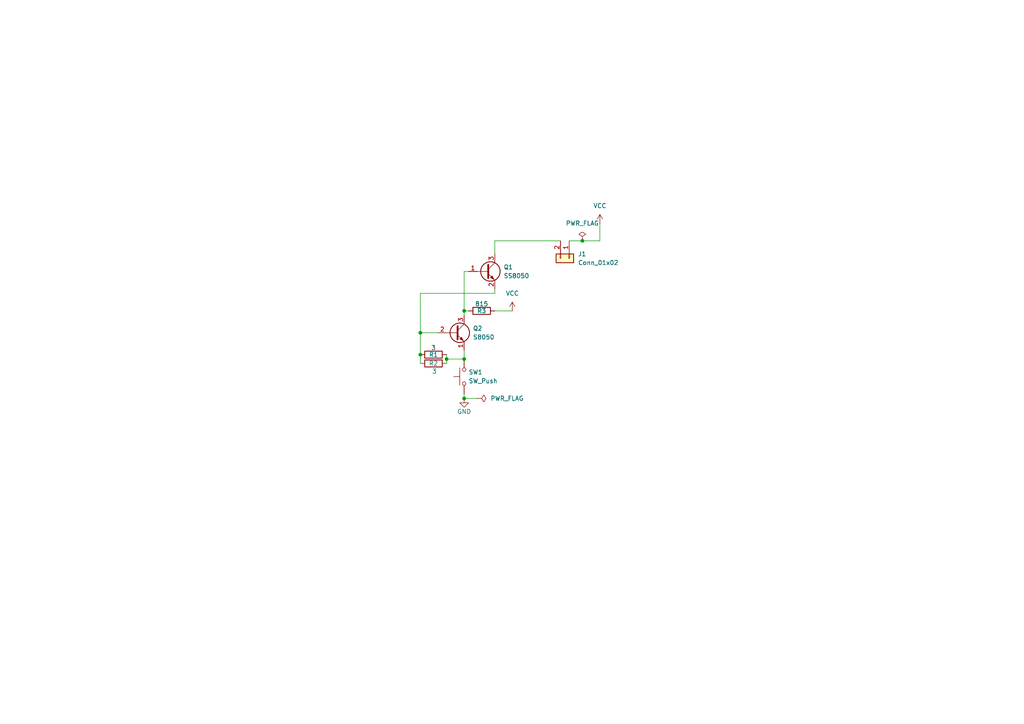
<source format=kicad_sch>
(kicad_sch (version 20250114) (generator "eeschema") (generator_version "9.0")
  (paper "A4")
  (title_block (title "Laser Diode Driver") (date "2025-08-27") (rev "v1.0") (company "AIO") (comment 1 "Designed by U3"))
  (lib_symbols
    (symbol "Connector_Generic:Conn_01x02" (pin_names (offset 1.016) (hide yes))
      (property "Reference" "J" (at 0 2.54 0))
      (property "Value" "Conn_01x02" (at 0 -5.08 0))
      (symbol "Conn_01x02_1_1"
        (rectangle (start -1.27 1.27) (end 1.27 -3.81) (stroke (width 0.254)) (fill (type background)))
        (rectangle (start -1.27 0.127) (end 0 -0.127) (stroke (width 0.1524)))
        (rectangle (start -1.27 -2.413) (end 0 -2.667) (stroke (width 0.1524)))
        (pin passive line (at -5.08 0 0) (length 3.81) (name "Pin_1") (number "1"))
        (pin passive line (at -5.08 -2.54 0) (length 3.81) (name "Pin_2") (number "2"))
      )
    )
    (symbol "PCM_Resistor_AKL:R_0402" (pin_numbers (hide yes)) (pin_names (offset 0))
      (property "Reference" "R" (at 2.54 1.27 0))
      (property "Value" "R_0402" (at 2.54 -1.27 0))
      (symbol "R_0402_0_1"
        (rectangle (start -1.016 2.54) (end 1.016 -2.54) (stroke (width 0.254)))
      )
      (symbol "R_0402_0_2"
        (polyline (pts (xy -2.54 -2.54) (xy -1.524 -1.524)))
        (polyline (pts (xy 1.524 1.524) (xy 2.54 2.54)))
        (polyline (pts (xy 1.524 1.524) (xy 0.889 2.159) (xy -2.159 -0.889) (xy -0.889 -2.159) (xy 2.159 0.889) (xy 1.524 1.524)) (stroke (width 0.254)))
      )
      (symbol "R_0402_1_1"
        (pin passive line (at 0 3.81 270) (length 1.27) (name "~") (number "1"))
        (pin passive line (at 0 -3.81 90) (length 1.27) (name "~") (number "2"))
      )
      (symbol "R_0402_1_2"
        (pin passive line (at -2.54 -2.54 0) (length 0) (name "") (number "2"))
        (pin passive line (at 2.54 2.54 180) (length 0) (name "") (number "1"))
      )
    )
    (symbol "SparkFun-PowerSymbol:GND" (power) (pin_names (offset 0))
      (property "Value" "GND" (at 0 -3.81 0))
      (symbol "GND_0_1"
        (polyline (pts (xy 0 0) (xy 0 -1.27) (xy 1.27 -1.27) (xy 0 -2.54) (xy -1.27 -1.27) (xy 0 -1.27)))
      )
      (symbol "GND_1_1"
        (pin power_in line (at 0 0 270) (length 0) (hide yes) (name "GND") (number "1"))
      )
    )
    (symbol "Switch:SW_Push" (pin_numbers (hide yes)) (pin_names (offset 1.016) (hide yes))
      (property "Reference" "SW" (at 1.27 2.54 0))
      (property "Value" "SW_Push" (at 0 -1.524 0))
      (symbol "SW_Push_0_1"
        (circle (center -2.032 0) (radius 0.508))
        (polyline (pts (xy 0 1.27) (xy 0 3.048)))
        (circle (center 2.032 0) (radius 0.508))
        (polyline (pts (xy 2.54 1.27) (xy -2.54 1.27)))
        (pin passive line (at -5.08 0 0) (length 2.54) (name "1") (number "1"))
        (pin passive line (at 5.08 0 180) (length 2.54) (name "2") (number "2"))
      )
    )
    (symbol "Transistor_BJT:S8050" (pin_names (offset 0) (hide yes))
      (property "Reference" "Q" (at 5.08 1.905 0))
      (property "Value" "S8050" (at 5.08 0 0))
      (symbol "S8050_0_1"
        (polyline (pts (xy -2.54 0) (xy 0.635 0)))
        (polyline (pts (xy 0.635 1.905) (xy 0.635 -1.905)) (stroke (width 0.508)))
        (circle (center 1.27 0) (radius 2.8194) (stroke (width 0.254)))
      )
      (symbol "S8050_1_1"
        (polyline (pts (xy 0.635 0.635) (xy 2.54 2.54)))
        (polyline (pts (xy 0.635 -0.635) (xy 2.54 -2.54)))
        (polyline (pts (xy 1.27 -1.778) (xy 1.778 -1.27) (xy 2.286 -2.286) (xy 1.27 -1.778)) (fill (type outline)))
        (pin input line (at -5.08 0 0) (length 2.54) (name "B") (number "2"))
        (pin passive line (at 2.54 5.08 270) (length 2.54) (name "C") (number "3"))
        (pin passive line (at 2.54 -5.08 90) (length 2.54) (name "E") (number "1"))
      )
    )
    (symbol "Transistor_BJT:SS8050" (pin_names (offset 0) (hide yes))
      (property "Reference" "Q" (at 5.08 1.905 0))
      (property "Value" "SS8050" (at 5.08 0 0))
      (symbol "SS8050_0_1"
        (polyline (pts (xy -2.54 0) (xy 0.635 0)))
        (polyline (pts (xy 0.635 1.905) (xy 0.635 -1.905)) (stroke (width 0.508)))
        (circle (center 1.27 0) (radius 2.8194) (stroke (width 0.254)))
      )
      (symbol "SS8050_1_1"
        (polyline (pts (xy 0.635 0.635) (xy 2.54 2.54)))
        (polyline (pts (xy 0.635 -0.635) (xy 2.54 -2.54)))
        (polyline (pts (xy 1.27 -1.778) (xy 1.778 -1.27) (xy 2.286 -2.286) (xy 1.27 -1.778)) (fill (type outline)))
        (pin input line (at -5.08 0 0) (length 2.54) (name "B") (number "1"))
        (pin passive line (at 2.54 5.08 270) (length 2.54) (name "C") (number "3"))
        (pin passive line (at 2.54 -5.08 90) (length 2.54) (name "E") (number "2"))
      )
    )
    (symbol "power:PWR_FLAG" (power) (pin_numbers (hide yes)) (pin_names (offset 0) (hide yes))
      (property "Value" "PWR_FLAG" (at 0 3.81 0))
      (symbol "PWR_FLAG_0_0"
        (pin power_out line (at 0 0 90) (length 0) (name "~") (number "1"))
      )
      (symbol "PWR_FLAG_0_1"
        (polyline (pts (xy 0 0) (xy 0 1.27) (xy -1.016 1.905) (xy 0 2.54) (xy 1.016 1.905) (xy 0 1.27)))
      )
    )
    (symbol "power:VCC" (power) (pin_numbers (hide yes)) (pin_names (offset 0) (hide yes))
      (property "Value" "VCC" (at 0 3.556 0))
      (symbol "VCC_0_1"
        (polyline (pts (xy -0.762 1.27) (xy 0 2.54)))
        (polyline (pts (xy 0 2.54) (xy 0.762 1.27)))
        (polyline (pts (xy 0 0) (xy 0 2.54)))
      )
      (symbol "VCC_1_1"
        (pin power_in line (at 0 0 90) (length 0) (name "~") (number "1"))
      )
    )
  )
  (junction (at 134.62 90.17))
  (junction (at 129.54 104.14))
  (junction (at 134.62 115.57))
  (junction (at 121.92 102.87))
  (junction (at 134.62 104.14))
  (junction (at 168.91 69.85))
  (junction (at 121.92 96.52))
  (wire (pts (xy 173.99 69.85) (xy 168.91 69.85)))
  (wire (pts (xy 134.62 101.6) (xy 134.62 104.14)))
  (wire (pts (xy 134.62 115.57) (xy 138.43 115.57)))
  (wire (pts (xy 168.91 69.85) (xy 165.1 69.85)))
  (wire (pts (xy 121.92 96.52) (xy 127 96.52)))
  (wire (pts (xy 134.62 90.17) (xy 134.62 78.74)))
  (wire (pts (xy 134.62 78.74) (xy 135.89 78.74)))
  (wire (pts (xy 173.99 64.77) (xy 173.99 69.85)))
  (wire (pts (xy 121.92 102.87) (xy 121.92 105.41)))
  (wire (pts (xy 129.54 102.87) (xy 129.54 104.14)))
  (wire (pts (xy 121.92 96.52) (xy 121.92 85.09)))
  (wire (pts (xy 162.56 69.85) (xy 143.51 69.85)))
  (wire (pts (xy 134.62 90.17) (xy 135.89 90.17)))
  (wire (pts (xy 121.92 85.09) (xy 143.51 85.09)))
  (wire (pts (xy 143.51 69.85) (xy 143.51 73.66)))
  (wire (pts (xy 129.54 104.14) (xy 129.54 105.41)))
  (wire (pts (xy 143.51 85.09) (xy 143.51 83.82)))
  (wire (pts (xy 143.51 90.17) (xy 148.59 90.17)))
  (wire (pts (xy 129.54 104.14) (xy 134.62 104.14)))
  (wire (pts (xy 121.92 102.87) (xy 121.92 96.52)))
  (wire (pts (xy 134.62 91.44) (xy 134.62 90.17)))
  (wire (pts (xy 134.62 114.3) (xy 134.62 115.57)))
  (symbol (lib_id "power:PWR_FLAG") (at 168.91 69.85 0) (unit 1)
    (property "Reference" "#FLG01" (effects (hide yes)))
    (property "Value" "PWR_FLAG" (at 168.91 64.77 0))
    (property "Description" "Special symbol for telling ERC where power comes from" (effects (hide yes)))
  )
  (symbol (lib_id "PCM_Resistor_AKL:R_0402") (at 139.7 90.17 90) (unit 1)
    (property "Reference" "R3" (at 139.7 90.17 90))
    (property "Value" "815" (at 139.7 88.138 90))
    (property "Footprint" "PCM_Resistor_SMD_AKL:R_0402_1005Metric" (effects (hide yes)))
    (property "Description" "SMD 0402 Chip Resistor, European Symbol, Alternate KiCad Library" (effects (hide yes)))
  )
  (symbol (lib_id "Transistor_BJT:S8050") (at 132.08 96.52 0) (unit 1)
    (property "Reference" "Q2" (at 137.16 95.2499 0) (effects (justify left)))
    (property "Value" "S8050" (at 137.16 97.7899 0) (effects (justify left)))
    (property "Footprint" "Package_TO_SOT_SMD:SOT-23" (effects (hide yes)))
    (property "Datasheet" "http://www.unisonic.com.tw/datasheet/S8050.pdf" (effects (hide yes)))
    (property "Description" "0.7A Ic, 20V Vce, Low Voltage High Current NPN Transistor, TO-92" (effects (hide yes)))
  )
  (symbol (lib_id "Connector_Generic:Conn_01x02") (at 165.1 74.93 270) (unit 1)
    (property "Reference" "J1" (at 167.64 73.6599 90) (effects (justify left)))
    (property "Value" "Conn_01x02" (at 167.64 76.1999 90) (effects (justify left)))
    (property "Footprint" "Connector_JST:JST_XA_B02B-XASK-1_1x02_P2.50mm_Vertical" (effects (hide yes)))
    (property "Description" "Generic connector, single row, 01x02, script generated (kicad-library-utils/schlib/autogen/connector/)" (effects (hide yes)))
  )
  (symbol (lib_id "power:PWR_FLAG") (at 138.43 115.57 270) (unit 1)
    (property "Reference" "#FLG02" (effects (hide yes)))
    (property "Value" "PWR_FLAG" (at 142.24 115.5699 90) (effects (justify left)))
    (property "Description" "Special symbol for telling ERC where power comes from" (effects (hide yes)))
  )
  (symbol (lib_id "Switch:SW_Push") (at 134.62 109.22 90) (unit 1)
    (property "Reference" "SW1" (at 135.89 107.9499 90) (effects (justify right)))
    (property "Value" "SW_Push" (at 135.89 110.4899 90) (effects (justify right)))
    (property "Footprint" "Button_Switch_SMD:SW_Push_1P1T_NO_E-Switch_TL3301NxxxxxG" (effects (hide yes)))
    (property "Description" "Push button switch, generic, two pins" (effects (hide yes)))
  )
  (symbol (lib_id "PCM_Resistor_AKL:R_0402") (at 125.73 102.87 90) (unit 1)
    (property "Reference" "R1" (at 125.73 102.87 90))
    (property "Value" "3" (at 125.73 100.838 90))
    (property "Footprint" "PCM_Resistor_SMD_AKL:R_0402_1005Metric" (effects (hide yes)))
    (property "Description" "SMD 0402 Chip Resistor, European Symbol, Alternate KiCad Library" (effects (hide yes)))
  )
  (symbol (lib_id "power:VCC") (at 148.59 90.17 0) (unit 1)
    (property "Reference" "#PWR03" (effects (hide yes)))
    (property "Value" "VCC" (at 148.59 85.09 0))
    (property "Description" "Power symbol creates a global label with name \"VCC\"" (effects (hide yes)))
  )
  (symbol (lib_id "power:VCC") (at 173.99 64.77 0) (unit 1)
    (property "Reference" "#PWR02" (effects (hide yes)))
    (property "Value" "VCC" (at 173.99 59.69 0))
    (property "Description" "Power symbol creates a global label with name \"VCC\"" (effects (hide yes)))
  )
  (symbol (lib_id "Transistor_BJT:SS8050") (at 140.97 78.74 0) (unit 1)
    (property "Reference" "Q1" (at 146.05 77.4699 0) (effects (justify left)))
    (property "Value" "SS8050" (at 146.05 80.0099 0) (effects (justify left)))
    (property "Footprint" "Package_TO_SOT_SMD:SOT-23" (effects (hide yes)))
    (property "Datasheet" "http://www.secosgmbh.com/datasheet/products/SSMPTransistor/SOT-23/SS8050.pdf" (effects (hide yes)))
    (property "Description" "General Purpose NPN Transistor, 1.5A Ic, 25V Vce, SOT-23" (effects (hide yes)))
  )
  (symbol (lib_id "SparkFun-PowerSymbol:GND") (at 134.62 115.57 0) (unit 1)
    (property "Reference" "#PWR01" (effects (hide yes)))
    (property "Value" "GND" (at 134.62 119.38 0))
    (property "Description" "Power symbol creates a global label with name \"GND\" , ground" (effects (hide yes)))
  )
  (symbol (lib_id "PCM_Resistor_AKL:R_0402") (at 125.73 105.41 90) (unit 1)
    (property "Reference" "R2" (at 125.73 105.41 90))
    (property "Value" "3" (at 125.984 107.696 90))
    (property "Footprint" "PCM_Resistor_SMD_AKL:R_0402_1005Metric" (effects (hide yes)))
    (property "Description" "SMD 0402 Chip Resistor, European Symbol, Alternate KiCad Library" (effects (hide yes)))
  )
)
</source>
